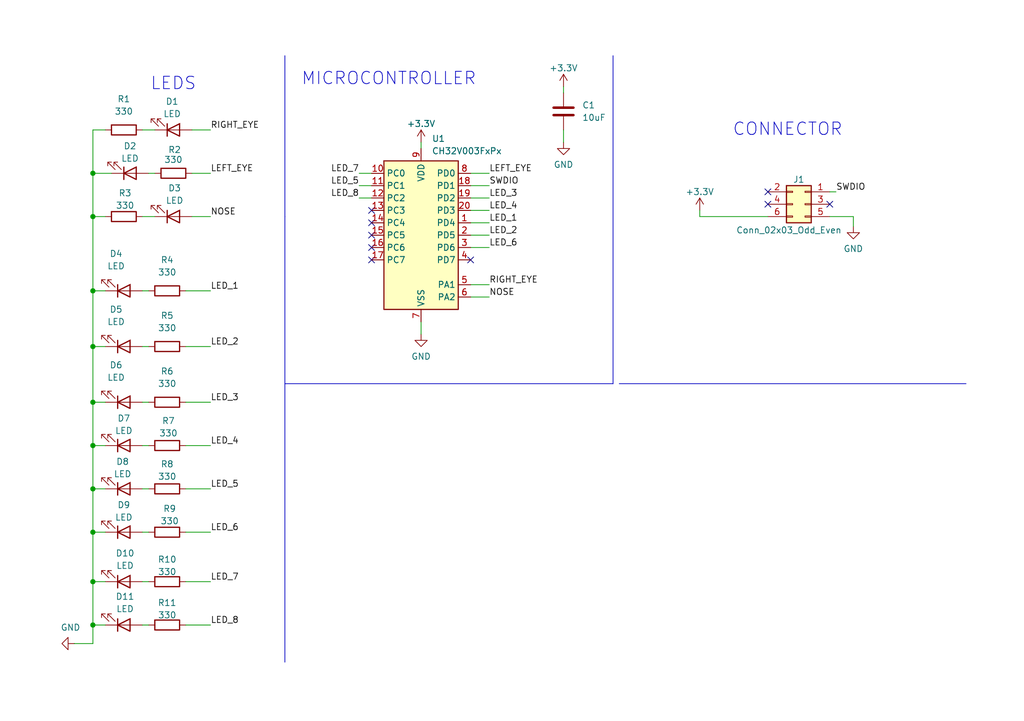
<source format=kicad_sch>
(kicad_sch (version 20250114) (generator "eeschema") (generator_version "9.0")
  (paper "A5")
  (title_block (title "APT addon for the village") (date "2026-01-29") (company "APT Village"))
  (lib_symbols
    (symbol "Connector_Generic:Conn_02x03_Odd_Even" (pin_names (offset 1.016) (hide yes))
      (property "Reference" "J" (at 1.27 5.08 0))
      (property "Value" "Conn_02x03_Odd_Even" (at 1.27 -5.08 0))
      (symbol "Conn_02x03_Odd_Even_1_1"
        (rectangle (start -1.27 3.81) (end 3.81 -3.81) (stroke (width 0.254)) (fill (type background)))
        (rectangle (start -1.27 2.667) (end 0 2.413) (stroke (width 0.1524)))
        (rectangle (start -1.27 0.127) (end 0 -0.127) (stroke (width 0.1524)))
        (rectangle (start -1.27 -2.413) (end 0 -2.667) (stroke (width 0.1524)))
        (rectangle (start 3.81 2.667) (end 2.54 2.413) (stroke (width 0.1524)))
        (rectangle (start 3.81 0.127) (end 2.54 -0.127) (stroke (width 0.1524)))
        (rectangle (start 3.81 -2.413) (end 2.54 -2.667) (stroke (width 0.1524)))
        (pin passive line (at -5.08 2.54 0) (length 3.81) (name "Pin_1") (number "1"))
        (pin passive line (at -5.08 0 0) (length 3.81) (name "Pin_3") (number "3"))
        (pin passive line (at -5.08 -2.54 0) (length 3.81) (name "Pin_5") (number "5"))
        (pin passive line (at 7.62 2.54 180) (length 3.81) (name "Pin_2") (number "2"))
        (pin passive line (at 7.62 0 180) (length 3.81) (name "Pin_4") (number "4"))
        (pin passive line (at 7.62 -2.54 180) (length 3.81) (name "Pin_6") (number "6"))
      )
    )
    (symbol "Device:C" (pin_numbers (hide yes)) (pin_names (offset 0.254))
      (property "Reference" "C" (at 0.635 2.54 0))
      (property "Value" "C" (at 0.635 -2.54 0))
      (symbol "C_0_1"
        (polyline (pts (xy -2.032 0.762) (xy 2.032 0.762)) (stroke (width 0.508)))
        (polyline (pts (xy -2.032 -0.762) (xy 2.032 -0.762)) (stroke (width 0.508)))
      )
      (symbol "C_1_1"
        (pin passive line (at 0 3.81 270) (length 2.794) (name "~") (number "1"))
        (pin passive line (at 0 -3.81 90) (length 2.794) (name "~") (number "2"))
      )
    )
    (symbol "Device:LED" (pin_numbers (hide yes)) (pin_names (offset 1.016) (hide yes))
      (property "Reference" "D" (at 0 2.54 0))
      (property "Value" "LED" (at 0 -2.54 0))
      (symbol "LED_0_1"
        (polyline (pts (xy -3.048 -0.762) (xy -4.572 -2.286) (xy -3.81 -2.286) (xy -4.572 -2.286) (xy -4.572 -1.524)))
        (polyline (pts (xy -1.778 -0.762) (xy -3.302 -2.286) (xy -2.54 -2.286) (xy -3.302 -2.286) (xy -3.302 -1.524)))
        (polyline (pts (xy -1.27 0) (xy 1.27 0)))
        (polyline (pts (xy -1.27 -1.27) (xy -1.27 1.27)) (stroke (width 0.254)))
        (polyline (pts (xy 1.27 -1.27) (xy 1.27 1.27) (xy -1.27 0) (xy 1.27 -1.27)) (stroke (width 0.254)))
      )
      (symbol "LED_1_1"
        (pin passive line (at -3.81 0 0) (length 2.54) (name "K") (number "1"))
        (pin passive line (at 3.81 0 180) (length 2.54) (name "A") (number "2"))
      )
    )
    (symbol "Device:R" (pin_numbers (hide yes)) (pin_names (offset 0))
      (property "Reference" "R" (at 2.032 0 90))
      (property "Value" "R" (at 0 0 90))
      (symbol "R_0_1"
        (rectangle (start -1.016 -2.54) (end 1.016 2.54) (stroke (width 0.254)))
      )
      (symbol "R_1_1"
        (pin passive line (at 0 3.81 270) (length 1.27) (name "~") (number "1"))
        (pin passive line (at 0 -3.81 90) (length 1.27) (name "~") (number "2"))
      )
    )
    (symbol "GND_1" (power) (pin_numbers (hide yes)) (pin_names (offset 0) (hide yes))
      (property "Value" "GND" (at 0 -3.81 0))
      (symbol "GND_1_0_1"
        (polyline (pts (xy 0 0) (xy 0 -1.27) (xy 1.27 -1.27) (xy 0 -2.54) (xy -1.27 -1.27) (xy 0 -1.27)))
      )
      (symbol "GND_1_1_1"
        (pin power_in line (at 0 0 270) (length 0) (name "~") (number "1"))
      )
    )
    (symbol "MCU_WCH_CH32V0:CH32V003FxPx"
      (property "Reference" "U" (at -7.62 17.78 0))
      (property "Value" "CH32V003FxPx" (at 7.62 17.78 0))
      (symbol "CH32V003FxPx_1_1"
        (rectangle (start -7.62 15.24) (end 7.62 -15.24) (stroke (width 0.254)) (fill (type background)))
        (pin bidirectional line (at -10.16 12.7 0) (length 2.54) (name "PC0") (number "10"))
        (pin bidirectional line (at -10.16 10.16 0) (length 2.54) (name "PC1") (number "11"))
        (pin bidirectional line (at -10.16 7.62 0) (length 2.54) (name "PC2") (number "12"))
        (pin bidirectional line (at -10.16 5.08 0) (length 2.54) (name "PC3") (number "13"))
        (pin bidirectional line (at -10.16 2.54 0) (length 2.54) (name "PC4") (number "14"))
        (pin bidirectional line (at -10.16 0 0) (length 2.54) (name "PC5") (number "15"))
        (pin bidirectional line (at -10.16 -2.54 0) (length 2.54) (name "PC6") (number "16"))
        (pin bidirectional line (at -10.16 -5.08 0) (length 2.54) (name "PC7") (number "17"))
        (pin power_in line (at 0 17.78 270) (length 2.54) (name "VDD") (number "9"))
        (pin power_in line (at 0 -17.78 90) (length 2.54) (name "VSS") (number "7"))
        (pin bidirectional line (at 10.16 12.7 180) (length 2.54) (name "PD0") (number "8"))
        (pin bidirectional line (at 10.16 10.16 180) (length 2.54) (name "PD1") (number "18"))
        (pin bidirectional line (at 10.16 7.62 180) (length 2.54) (name "PD2") (number "19"))
        (pin bidirectional line (at 10.16 5.08 180) (length 2.54) (name "PD3") (number "20"))
        (pin bidirectional line (at 10.16 2.54 180) (length 2.54) (name "PD4") (number "1"))
        (pin bidirectional line (at 10.16 0 180) (length 2.54) (name "PD5") (number "2"))
        (pin bidirectional line (at 10.16 -2.54 180) (length 2.54) (name "PD6") (number "3"))
        (pin bidirectional line (at 10.16 -5.08 180) (length 2.54) (name "PD7") (number "4"))
        (pin bidirectional line (at 10.16 -10.16 180) (length 2.54) (name "PA1") (number "5"))
        (pin bidirectional line (at 10.16 -12.7 180) (length 2.54) (name "PA2") (number "6"))
      )
    )
    (symbol "power:+3.3V" (power) (pin_names (offset 0))
      (property "Value" "+3.3V" (at 0 3.556 0))
      (symbol "+3.3V_0_1"
        (polyline (pts (xy -0.762 1.27) (xy 0 2.54)))
        (polyline (pts (xy 0 2.54) (xy 0.762 1.27)))
        (polyline (pts (xy 0 0) (xy 0 2.54)))
      )
      (symbol "+3.3V_1_1"
        (pin power_in line (at 0 0 90) (length 0) (hide yes) (name "+3.3V") (number "1"))
      )
    )
    (symbol "power:GND" (power) (pin_names (offset 0))
      (property "Value" "GND" (at 0 -3.81 0))
      (symbol "GND_0_1"
        (polyline (pts (xy 0 0) (xy 0 -1.27) (xy 1.27 -1.27) (xy 0 -2.54) (xy -1.27 -1.27) (xy 0 -1.27)))
      )
      (symbol "GND_1_1"
        (pin power_in line (at 0 0 270) (length 0) (hide yes) (name "GND") (number "1"))
      )
    )
  )
  (text "LEDS" (at 35.56 17.272 0) (effects (font (size 2.54 2.54))))
  (text "CONNECTOR" (at 161.544 26.67 0) (effects (font (size 2.54 2.54))))
  (text "MICROCONTROLLER" (at 79.756 16.256 0) (effects (font (size 2.54 2.54))))
  (junction (at 19.05 82.55))
  (junction (at 19.05 109.22))
  (junction (at 19.05 91.44))
  (junction (at 19.05 119.38))
  (junction (at 19.05 44.45))
  (junction (at 19.05 71.12))
  (junction (at 19.05 100.33))
  (junction (at 19.05 59.69))
  (junction (at 19.05 128.27))
  (junction (at 19.05 35.56))
  (no_connect (at 76.2 50.8))
  (no_connect (at 170.18 41.91))
  (no_connect (at 96.52 53.34))
  (no_connect (at 76.2 43.18))
  (no_connect (at 76.2 53.34))
  (no_connect (at 76.2 48.26))
  (no_connect (at 157.48 39.37))
  (no_connect (at 157.48 41.91))
  (no_connect (at 76.2 45.72))
  (wire (pts (xy 39.37 44.45) (xy 43.18 44.45)))
  (wire (pts (xy 143.51 44.45) (xy 157.48 44.45)))
  (wire (pts (xy 19.05 26.67) (xy 19.05 35.56)))
  (wire (pts (xy 115.57 26.67) (xy 115.57 29.21)))
  (wire (pts (xy 175.006 44.45) (xy 170.18 44.45)))
  (polyline (pts (xy 127 78.74) (xy 198.12 78.74)))
  (wire (pts (xy 38.1 100.33) (xy 43.18 100.33)))
  (wire (pts (xy 19.05 59.69) (xy 19.05 71.12)))
  (wire (pts (xy 96.52 58.42) (xy 100.33 58.42)))
  (polyline (pts (xy 125.73 11.43) (xy 125.73 78.74)))
  (polyline (pts (xy 58.42 78.74) (xy 125.73 78.74)))
  (wire (pts (xy 19.05 44.45) (xy 19.05 59.69)))
  (wire (pts (xy 19.05 91.44) (xy 19.05 82.55)))
  (wire (pts (xy 19.05 128.27) (xy 19.05 132.08)))
  (wire (pts (xy 19.05 109.22) (xy 21.59 109.22)))
  (wire (pts (xy 30.48 109.22) (xy 29.21 109.22)))
  (wire (pts (xy 38.1 59.69) (xy 43.18 59.69)))
  (wire (pts (xy 143.51 43.18) (xy 143.51 44.45)))
  (wire (pts (xy 19.05 100.33) (xy 19.05 109.22)))
  (wire (pts (xy 38.1 82.55) (xy 43.18 82.55)))
  (wire (pts (xy 19.05 91.44) (xy 21.59 91.44)))
  (wire (pts (xy 96.52 40.64) (xy 100.33 40.64)))
  (wire (pts (xy 19.05 119.38) (xy 21.59 119.38)))
  (polyline (pts (xy 58.42 11.43) (xy 58.42 44.45)))
  (wire (pts (xy 175.006 46.482) (xy 175.006 44.45)))
  (wire (pts (xy 19.05 35.56) (xy 22.86 35.56)))
  (wire (pts (xy 21.59 128.27) (xy 19.05 128.27)))
  (wire (pts (xy 96.52 48.26) (xy 100.33 48.26)))
  (wire (pts (xy 29.21 26.67) (xy 31.75 26.67)))
  (wire (pts (xy 19.05 71.12) (xy 21.59 71.12)))
  (wire (pts (xy 96.52 60.96) (xy 100.33 60.96)))
  (wire (pts (xy 73.66 35.56) (xy 76.2 35.56)))
  (wire (pts (xy 30.48 100.33) (xy 29.21 100.33)))
  (wire (pts (xy 96.52 45.72) (xy 100.33 45.72)))
  (wire (pts (xy 19.05 119.38) (xy 19.05 128.27)))
  (wire (pts (xy 30.48 59.69) (xy 29.21 59.69)))
  (wire (pts (xy 86.36 29.21) (xy 86.36 30.48)))
  (wire (pts (xy 19.05 71.12) (xy 19.05 82.55)))
  (wire (pts (xy 38.1 91.44) (xy 43.18 91.44)))
  (wire (pts (xy 39.37 35.56) (xy 43.18 35.56)))
  (polyline (pts (xy 58.42 78.74) (xy 58.42 135.89)))
  (wire (pts (xy 38.1 128.27) (xy 43.18 128.27)))
  (wire (pts (xy 30.48 119.38) (xy 29.21 119.38)))
  (wire (pts (xy 96.52 43.18) (xy 100.33 43.18)))
  (wire (pts (xy 38.1 109.22) (xy 43.18 109.22)))
  (wire (pts (xy 73.66 40.64) (xy 76.2 40.64)))
  (wire (pts (xy 73.66 38.1) (xy 76.2 38.1)))
  (wire (pts (xy 19.05 132.08) (xy 15.24 132.08)))
  (wire (pts (xy 96.52 50.8) (xy 100.33 50.8)))
  (wire (pts (xy 30.48 91.44) (xy 29.21 91.44)))
  (wire (pts (xy 86.36 66.04) (xy 86.36 68.58)))
  (wire (pts (xy 39.37 26.67) (xy 43.18 26.67)))
  (wire (pts (xy 19.05 82.55) (xy 21.59 82.55)))
  (wire (pts (xy 100.33 35.56) (xy 96.52 35.56)))
  (wire (pts (xy 115.57 17.78) (xy 115.57 19.05)))
  (wire (pts (xy 19.05 109.22) (xy 19.05 119.38)))
  (wire (pts (xy 19.05 35.56) (xy 19.05 44.45)))
  (wire (pts (xy 19.05 59.69) (xy 21.59 59.69)))
  (wire (pts (xy 30.48 71.12) (xy 29.21 71.12)))
  (wire (pts (xy 38.1 119.38) (xy 43.18 119.38)))
  (wire (pts (xy 19.05 100.33) (xy 21.59 100.33)))
  (wire (pts (xy 21.59 26.67) (xy 19.05 26.67)))
  (wire (pts (xy 100.33 38.1) (xy 96.52 38.1)))
  (wire (pts (xy 30.48 82.55) (xy 29.21 82.55)))
  (polyline (pts (xy 58.42 44.45) (xy 58.42 78.74)))
  (wire (pts (xy 38.1 71.12) (xy 43.18 71.12)))
  (wire (pts (xy 171.45 39.37) (xy 170.18 39.37)))
  (wire (pts (xy 29.21 44.45) (xy 31.75 44.45)))
  (wire (pts (xy 30.48 35.56) (xy 31.75 35.56)))
  (wire (pts (xy 19.05 91.44) (xy 19.05 100.33)))
  (wire (pts (xy 19.05 44.45) (xy 21.59 44.45)))
  (wire (pts (xy 30.48 128.27) (xy 29.21 128.27)))
  (label "LED_2" (at 43.18 71.12 0))
  (label "LED_3" (at 100.33 40.64 0))
  (label "LED_5" (at 73.66 38.1 180))
  (label "LED_3" (at 43.18 82.55 0))
  (label "LED_6" (at 100.33 50.8 0))
  (label "LED_2" (at 100.33 48.26 0))
  (label "SWDIO" (at 171.45 39.37 0))
  (label "LED_7" (at 43.18 119.38 0))
  (label "LED_7" (at 73.66 35.56 180))
  (label "LED_5" (at 43.18 100.33 0))
  (label "LED_4" (at 100.33 43.18 0))
  (label "LEFT_EYE" (at 100.33 35.56 0))
  (label "LED_1" (at 43.18 59.69 0))
  (label "LED_8" (at 43.18 128.27 0))
  (label "SWDIO" (at 100.33 38.1 0))
  (label "NOSE" (at 100.33 60.96 0))
  (label "LED_1" (at 100.33 45.72 0))
  (label "LED_4" (at 43.18 91.44 0))
  (label "LEFT_EYE" (at 43.18 35.56 0))
  (label "LED_6" (at 43.18 109.22 0))
  (label "LED_8" (at 73.66 40.64 180))
  (label "RIGHT_EYE" (at 100.33 58.42 0))
  (label "NOSE" (at 43.18 44.45 0))
  (label "RIGHT_EYE" (at 43.18 26.67 0))
  (symbol (lib_id "Device:R") (at 34.29 119.38 90) (unit 1)
    (property "Reference" "R10" (at 34.29 114.808 90))
    (property "Value" "330" (at 34.29 117.348 90))
    (property "Footprint" "Resistor_SMD:R_0402_1005Metric_Pad0.72x0.64mm_HandSolder" (effects (hide yes)))
    (property "Description" "Resistor" (effects (hide yes)))
  )
  (symbol (lib_id "Device:R") (at 34.29 71.12 90) (unit 1)
    (property "Reference" "R5" (at 34.29 64.77 90))
    (property "Value" "330" (at 34.29 67.31 90))
    (property "Footprint" "Resistor_SMD:R_0402_1005Metric_Pad0.72x0.64mm_HandSolder" (effects (hide yes)))
    (property "Description" "Resistor" (effects (hide yes)))
  )
  (symbol (lib_id "Device:R") (at 34.29 59.69 90) (unit 1)
    (property "Reference" "R4" (at 34.29 53.34 90))
    (property "Value" "330" (at 34.29 55.88 90))
    (property "Footprint" "Resistor_SMD:R_0402_1005Metric_Pad0.72x0.64mm_HandSolder" (effects (hide yes)))
    (property "Description" "Resistor" (effects (hide yes)))
  )
  (symbol (lib_id "Device:R") (at 34.29 100.33 90) (unit 1)
    (property "Reference" "R8" (at 34.29 95.25 90))
    (property "Value" "330" (at 34.29 97.79 90))
    (property "Footprint" "Resistor_SMD:R_0402_1005Metric_Pad0.72x0.64mm_HandSolder" (effects (hide yes)))
    (property "Description" "Resistor" (effects (hide yes)))
  )
  (symbol (lib_id "Device:LED") (at 25.4 82.55 0) (mirror x) (unit 1)
    (property "Reference" "D6" (at 23.8125 74.93 0))
    (property "Value" "LED" (at 23.8125 77.47 0))
    (property "Footprint" "LED_SMD:LED_0402_1005Metric" (effects (hide yes)))
    (property "Description" "Light emitting diode" (effects (hide yes)))
    (property "Sim.Pins" "1=K 2=A" (effects (hide yes)))
  )
  (symbol (lib_id "Device:R") (at 25.4 26.67 90) (unit 1)
    (property "Reference" "R1" (at 25.4 20.32 90))
    (property "Value" "330" (at 25.4 22.86 90))
    (property "Footprint" "Resistor_SMD:R_0402_1005Metric_Pad0.72x0.64mm_HandSolder" (effects (hide yes)))
    (property "Description" "Resistor" (effects (hide yes)))
  )
  (symbol (lib_id "Device:R") (at 35.56 35.56 90) (unit 1)
    (property "Reference" "R2" (at 35.814 30.734 90))
    (property "Value" "330" (at 35.56 32.766 90))
    (property "Footprint" "Resistor_SMD:R_0402_1005Metric_Pad0.72x0.64mm_HandSolder" (effects (hide yes)))
    (property "Description" "Resistor" (effects (hide yes)))
  )
  (symbol (lib_id "Device:LED") (at 25.4 109.22 0) (mirror x) (unit 1)
    (property "Reference" "D9" (at 25.4 103.632 0))
    (property "Value" "LED" (at 25.4 106.172 0))
    (property "Footprint" "LED_SMD:LED_0402_1005Metric" (effects (hide yes)))
    (property "Description" "Light emitting diode" (effects (hide yes)))
    (property "Sim.Pins" "1=K 2=A" (effects (hide yes)))
  )
  (symbol (lib_id "Device:R") (at 25.4 44.45 90) (unit 1)
    (property "Reference" "R3" (at 25.654 39.624 90))
    (property "Value" "330" (at 25.654 42.164 90))
    (property "Footprint" "Resistor_SMD:R_0402_1005Metric_Pad0.72x0.64mm_HandSolder" (effects (hide yes)))
    (property "Description" "Resistor" (effects (hide yes)))
  )
  (symbol (lib_id "Device:LED") (at 25.4 59.69 0) (mirror x) (unit 1)
    (property "Reference" "D4" (at 23.8125 52.07 0))
    (property "Value" "LED" (at 23.8125 54.61 0))
    (property "Footprint" "LED_SMD:LED_0402_1005Metric" (effects (hide yes)))
    (property "Description" "Light emitting diode" (effects (hide yes)))
    (property "Sim.Pins" "1=K 2=A" (effects (hide yes)))
  )
  (symbol (lib_id "power:+3.3V") (at 115.57 17.78 0) (unit 1)
    (property "Reference" "#PWR04" (effects (hide yes)))
    (property "Value" "+3.3V" (at 115.57 13.97 0))
  )
  (symbol (lib_id "Device:LED") (at 25.4 71.12 0) (mirror x) (unit 1)
    (property "Reference" "D5" (at 23.8125 63.5 0))
    (property "Value" "LED" (at 23.8125 66.04 0))
    (property "Footprint" "LED_SMD:LED_0402_1005Metric" (effects (hide yes)))
    (property "Description" "Light emitting diode" (effects (hide yes)))
    (property "Sim.Pins" "1=K 2=A" (effects (hide yes)))
  )
  (symbol (lib_id "power:GND") (at 86.36 68.58 0) (unit 1)
    (property "Reference" "#PWR01" (effects (hide yes)))
    (property "Value" "GND" (at 86.36 73.152 0))
  )
  (symbol (lib_id "Device:LED") (at 35.56 26.67 0) (mirror x) (unit 1)
    (property "Reference" "D1" (at 35.306 20.828 0))
    (property "Value" "LED" (at 35.306 23.368 0))
    (property "Footprint" "footprints:LYT77K-K2M1" (effects (hide yes)))
    (property "Description" "Light emitting diode" (effects (hide yes)))
    (property "Sim.Pins" "1=K 2=A" (effects (hide yes)))
  )
  (symbol (lib_id "Device:LED") (at 25.4 119.38 0) (mirror x) (unit 1)
    (property "Reference" "D10" (at 25.654 113.538 0))
    (property "Value" "LED" (at 25.654 116.078 0))
    (property "Footprint" "LED_SMD:LED_0402_1005Metric" (effects (hide yes)))
    (property "Description" "Light emitting diode" (effects (hide yes)))
    (property "Sim.Pins" "1=K 2=A" (effects (hide yes)))
  )
  (symbol (lib_id "Device:LED") (at 35.56 44.45 0) (mirror x) (unit 1)
    (property "Reference" "D3" (at 35.814 38.608 0))
    (property "Value" "LED" (at 35.814 41.148 0))
    (property "Footprint" "footprints:LYT77K-K2M1" (effects (hide yes)))
    (property "Description" "Light emitting diode" (effects (hide yes)))
    (property "Sim.Pins" "1=K 2=A" (effects (hide yes)))
  )
  (symbol (lib_id "MCU_WCH_CH32V0:CH32V003FxPx") (at 86.36 48.26 0) (unit 1)
    (property "Reference" "U1" (at 88.5541 28.448 0) (effects (justify left)))
    (property "Value" "CH32V003FxPx" (at 88.5541 30.988 0) (effects (justify left)))
    (property "Footprint" "Package_SO:TSSOP-20_4.4x6.5mm_P0.65mm" (effects (hide yes)))
    (property "Datasheet" "https://www.wch-ic.com/products/CH32V003.html" (effects (hide yes)))
    (property "Description" "CH32V003 series are industrial-grade general-purpose microcontrollers designed based on 32-bit RISC-V instruction set and architecture. It adopts QingKe V2A core, RV32EC instruction set, and supports 2 levels of interrupt nesting. The series are mounted with rich peripheral interfaces and function modules. Its internal organizational structure meets the low-cost and low-power embedded application scenarios." (effects (hide yes)))
    (property "LCSC#" "C5187096" (effects (hide yes)))
    (property "Proveedor" "JLCPCB" (effects (hide yes)))
  )
  (symbol (lib_id "power:GND") (at 115.57 29.21 0) (unit 1)
    (property "Reference" "#PWR07" (effects (hide yes)))
    (property "Value" "GND" (at 115.57 33.782 0))
  )
  (symbol (lib_id "power:GND") (at 175.006 46.482 0) (unit 1)
    (property "Reference" "#PWR06" (effects (hide yes)))
    (property "Value" "GND" (at 175.006 51.054 0))
  )
  (symbol (lib_id "Device:LED") (at 26.67 35.56 0) (mirror x) (unit 1)
    (property "Reference" "D2" (at 26.67 29.972 0))
    (property "Value" "LED" (at 26.67 32.512 0))
    (property "Footprint" "footprints:LYT77K-K2M1" (effects (hide yes)))
    (property "Description" "Light emitting diode" (effects (hide yes)))
    (property "Sim.Pins" "1=K 2=A" (effects (hide yes)))
  )
  (symbol (lib_id "Device:LED") (at 25.4 128.27 0) (mirror x) (unit 1)
    (property "Reference" "D11" (at 25.654 122.428 0))
    (property "Value" "LED" (at 25.654 124.968 0))
    (property "Footprint" "LED_SMD:LED_0402_1005Metric" (effects (hide yes)))
    (property "Description" "Light emitting diode" (effects (hide yes)))
    (property "Sim.Pins" "1=K 2=A" (effects (hide yes)))
  )
  (symbol (lib_id "Device:R") (at 34.29 91.44 90) (unit 1)
    (property "Reference" "R7" (at 34.544 86.36 90))
    (property "Value" "330" (at 34.544 88.9 90))
    (property "Footprint" "Resistor_SMD:R_0402_1005Metric_Pad0.72x0.64mm_HandSolder" (effects (hide yes)))
    (property "Description" "Resistor" (effects (hide yes)))
  )
  (symbol (lib_name "GND_1") (lib_id "power:GND") (at 15.24 132.08 270) (unit 1)
    (property "Reference" "#PWR03" (effects (hide yes)))
    (property "Value" "GND" (at 16.51 128.778 90) (effects (justify right)))
    (property "Description" "Power symbol creates a global label with name \"GND\" , ground" (effects (hide yes)))
  )
  (symbol (lib_id "Device:R") (at 34.29 109.22 90) (unit 1)
    (property "Reference" "R9" (at 34.798 104.394 90))
    (property "Value" "330" (at 34.798 106.934 90))
    (property "Footprint" "Resistor_SMD:R_0402_1005Metric_Pad0.72x0.64mm_HandSolder" (effects (hide yes)))
    (property "Description" "Resistor" (effects (hide yes)))
  )
  (symbol (lib_id "power:+3.3V") (at 86.36 29.21 0) (unit 1)
    (property "Reference" "#PWR02" (effects (hide yes)))
    (property "Value" "+3.3V" (at 86.36 25.4 0))
  )
  (symbol (lib_id "Device:LED") (at 25.4 100.33 0) (mirror x) (unit 1)
    (property "Reference" "D8" (at 25.146 94.742 0))
    (property "Value" "LED" (at 25.146 97.282 0))
    (property "Footprint" "LED_SMD:LED_0402_1005Metric" (effects (hide yes)))
    (property "Description" "Light emitting diode" (effects (hide yes)))
    (property "Sim.Pins" "1=K 2=A" (effects (hide yes)))
  )
  (symbol (lib_id "Device:R") (at 34.29 82.55 90) (unit 1)
    (property "Reference" "R6" (at 34.29 76.2 90))
    (property "Value" "330" (at 34.29 78.74 90))
    (property "Footprint" "Resistor_SMD:R_0402_1005Metric_Pad0.72x0.64mm_HandSolder" (effects (hide yes)))
    (property "Description" "Resistor" (effects (hide yes)))
  )
  (symbol (lib_id "Device:R") (at 34.29 128.27 90) (unit 1)
    (property "Reference" "R11" (at 34.29 123.698 90))
    (property "Value" "330" (at 34.29 126.238 90))
    (property "Footprint" "Resistor_SMD:R_0402_1005Metric_Pad0.72x0.64mm_HandSolder" (effects (hide yes)))
    (property "Description" "Resistor" (effects (hide yes)))
  )
  (symbol (lib_id "Connector_Generic:Conn_02x03_Odd_Even") (at 165.1 41.91 0) (mirror y) (unit 1)
    (property "Reference" "J1" (at 163.83 36.83 0))
    (property "Value" "Conn_02x03_Odd_Even" (at 161.798 47.244 0))
    (property "Footprint" "Connector_PinHeader_2.54mm:PinHeader_2x03_P2.54mm_Vertical_SMD" (effects (hide yes)))
    (property "LCSC#" "C3294461" (effects (hide yes)))
  )
  (symbol (lib_id "power:+3.3V") (at 143.51 43.18 0) (unit 1)
    (property "Reference" "#PWR05" (effects (hide yes)))
    (property "Value" "+3.3V" (at 143.51 39.37 0))
  )
  (symbol (lib_id "Device:C") (at 115.57 22.86 0) (unit 1)
    (property "Reference" "C1" (at 119.38 21.5899 0) (effects (justify left)))
    (property "Value" "10uF" (at 119.38 24.1299 0) (effects (justify left)))
    (property "Footprint" "Capacitor_SMD:C_0603_1608Metric" (effects (hide yes)))
    (property "Description" "Unpolarized capacitor" (effects (hide yes)))
  )
  (symbol (lib_id "Device:LED") (at 25.4 91.44 0) (mirror x) (unit 1)
    (property "Reference" "D7" (at 25.4 85.852 0))
    (property "Value" "LED" (at 25.4 88.392 0))
    (property "Footprint" "LED_SMD:LED_0402_1005Metric" (effects (hide yes)))
    (property "Description" "Light emitting diode" (effects (hide yes)))
    (property "Sim.Pins" "1=K 2=A" (effects (hide yes)))
  )
)
</source>
